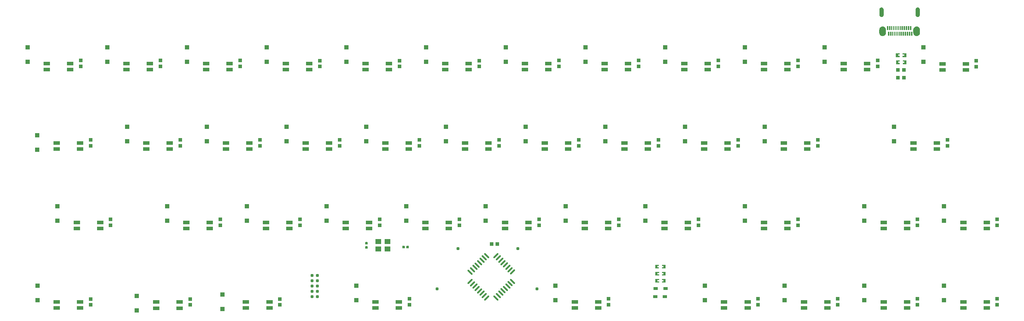
<source format=gbp>
G04 Layer: BottomPasteMaskLayer*
G04 EasyEDA v6.5.42, 2024-05-12 21:06:32*
G04 fdf4e44396eb4d6a93e1883587b5baf6,156c37ef0924441e834bf69462bb4c55,10*
G04 Gerber Generator version 0.2*
G04 Scale: 100 percent, Rotated: No, Reflected: No *
G04 Dimensions in millimeters *
G04 leading zeros omitted , absolute positions ,4 integer and 5 decimal *
%FSLAX45Y45*%
%MOMM*%

%AMMACRO1*21,1,$1,$2,0,0,$3*%
%AMMACRO2*1,1,$1,$2,$3*1,1,$1,$4,$5*20,1,$1,$2,$3,$4,$5,0*%
%ADD10C,0.7870*%
%ADD11MACRO1,1X0.7498X0.0000*%
%ADD12MACRO1,1X0.7501X0.0000*%
%ADD13MACRO1,0.7998X0.9002X0.0000*%
%ADD14MACRO1,0.8001X0.9002X0.0000*%
%ADD15MACRO1,0.7998X0.8999X0.0000*%
%ADD16MACRO1,0.8001X0.8999X0.0000*%
%ADD17MACRO1,1.4X1.2001X0.0000*%
%ADD18MACRO1,0.8001X0.9002X90.0000*%
%ADD19R,1.5000X0.8200*%
%ADD20MACRO1,1.1001X1X90.0000*%
%ADD21MACRO1,0.8001X0.8999X90.0000*%
%ADD22MACRO1,0.7998X0.9002X90.0000*%
%ADD23MACRO1,1.1001X1.0003X90.0000*%
%ADD24MACRO1,1.0998X1X90.0000*%
%ADD25MACRO1,0.7998X0.8999X90.0000*%
%ADD26MACRO2,0.45X-0.4243X-0.4243X0.4243X0.4243*%
%ADD27MACRO2,0.45X-0.4243X0.4243X0.4243X-0.4243*%
%ADD28C,0.0180*%

%LPD*%
G36*
X8492998Y4106976D02*
G01*
X8487968Y4101998D01*
X8487968Y4053992D01*
X8492998Y4046982D01*
X8537956Y4046982D01*
X8542985Y4053992D01*
X8542985Y4101998D01*
X8537956Y4106976D01*
G37*
G36*
X8492998Y4011015D02*
G01*
X8487968Y4004005D01*
X8487968Y3955999D01*
X8492998Y3950970D01*
X8537956Y3950970D01*
X8542985Y3955999D01*
X8542985Y4004005D01*
X8537956Y4011015D01*
G37*
G36*
X9379458Y4016501D02*
G01*
X9374479Y4011472D01*
X9374479Y3966514D01*
X9379458Y3961485D01*
X9427464Y3961485D01*
X9434474Y3966514D01*
X9434474Y4011472D01*
X9427464Y4016501D01*
G37*
G36*
X9477502Y4016501D02*
G01*
X9470491Y4011472D01*
X9470491Y3966514D01*
X9477502Y3961485D01*
X9525457Y3961485D01*
X9530486Y3966514D01*
X9530486Y4011472D01*
X9525457Y4016501D01*
G37*
G36*
X21284438Y9147200D02*
G01*
X21284438Y9052204D01*
X21314410Y9052204D01*
X21314410Y9147200D01*
G37*
G36*
X20984464Y9147200D02*
G01*
X20984464Y9052204D01*
X21014486Y9052204D01*
X21014486Y9147200D01*
G37*
G36*
X21334476Y9147200D02*
G01*
X21334476Y9052204D01*
X21364448Y9052204D01*
X21364448Y9147200D01*
G37*
G36*
X21234450Y9147200D02*
G01*
X21234450Y9052204D01*
X21264473Y9052204D01*
X21264473Y9147200D01*
G37*
G36*
X21534475Y9147200D02*
G01*
X21534475Y9052204D01*
X21564447Y9052204D01*
X21564447Y9147200D01*
G37*
G36*
X21184463Y9147200D02*
G01*
X21184463Y9052204D01*
X21214435Y9052204D01*
X21214435Y9147200D01*
G37*
G36*
X21484437Y9147200D02*
G01*
X21484437Y9052204D01*
X21514460Y9052204D01*
X21514460Y9147200D01*
G37*
G36*
X21134476Y9147200D02*
G01*
X21134476Y9052204D01*
X21164448Y9052204D01*
X21164448Y9147200D01*
G37*
G36*
X21434450Y9147200D02*
G01*
X21434450Y9052204D01*
X21464473Y9052204D01*
X21464473Y9147200D01*
G37*
G36*
X21034451Y9147200D02*
G01*
X21034451Y9052204D01*
X21064474Y9052204D01*
X21064474Y9147200D01*
G37*
G36*
X21384463Y9147200D02*
G01*
X21384463Y9052204D01*
X21414435Y9052204D01*
X21414435Y9147200D01*
G37*
G36*
X21084489Y9147200D02*
G01*
X21084489Y9052204D01*
X21114461Y9052204D01*
X21114461Y9147200D01*
G37*
G36*
X21509482Y9287154D02*
G01*
X21509482Y9192158D01*
X21539454Y9192158D01*
X21539454Y9287154D01*
G37*
G36*
X20959470Y9287154D02*
G01*
X20959470Y9192158D01*
X20989442Y9192158D01*
X20989442Y9287154D01*
G37*
G36*
X21009457Y9287154D02*
G01*
X21009457Y9192158D01*
X21039429Y9192158D01*
X21039429Y9287154D01*
G37*
G36*
X21459444Y9287154D02*
G01*
X21459444Y9192158D01*
X21489466Y9192158D01*
X21489466Y9287154D01*
G37*
G36*
X21059444Y9287154D02*
G01*
X21059444Y9192158D01*
X21089467Y9192158D01*
X21089467Y9287154D01*
G37*
G36*
X21109482Y9287154D02*
G01*
X21109482Y9192158D01*
X21139454Y9192158D01*
X21139454Y9287154D01*
G37*
G36*
X21159470Y9287154D02*
G01*
X21159470Y9192158D01*
X21189442Y9192158D01*
X21189442Y9287154D01*
G37*
G36*
X21409456Y9287154D02*
G01*
X21409456Y9192158D01*
X21439479Y9192158D01*
X21439479Y9287154D01*
G37*
G36*
X21209406Y9287154D02*
G01*
X21209406Y9192158D01*
X21239429Y9192158D01*
X21239429Y9287154D01*
G37*
G36*
X21259444Y9287154D02*
G01*
X21259444Y9192158D01*
X21289467Y9192158D01*
X21289467Y9287154D01*
G37*
G36*
X21309482Y9287154D02*
G01*
X21309482Y9192158D01*
X21339454Y9192158D01*
X21339454Y9287154D01*
G37*
G36*
X21359469Y9287154D02*
G01*
X21359469Y9192158D01*
X21389441Y9192158D01*
X21389441Y9287154D01*
G37*
G36*
X21692717Y9732264D02*
G01*
X21687739Y9731857D01*
X21682811Y9730994D01*
X21678036Y9729673D01*
X21673413Y9727844D01*
X21668943Y9725558D01*
X21664726Y9722866D01*
X21660866Y9719716D01*
X21657310Y9716262D01*
X21654109Y9712452D01*
X21651264Y9708337D01*
X21648877Y9703968D01*
X21646946Y9699345D01*
X21645473Y9694621D01*
X21644508Y9689744D01*
X21644000Y9684766D01*
X21643949Y9552228D01*
X21644203Y9547301D01*
X21644914Y9542373D01*
X21646184Y9537547D01*
X21647861Y9532823D01*
X21650045Y9528352D01*
X21652636Y9524085D01*
X21655633Y9520123D01*
X21659037Y9516465D01*
X21662796Y9513163D01*
X21666809Y9510268D01*
X21671127Y9507778D01*
X21675699Y9505746D01*
X21680424Y9504172D01*
X21685250Y9503054D01*
X21690228Y9502394D01*
X21695206Y9502292D01*
X21700185Y9502648D01*
X21705062Y9503511D01*
X21709837Y9504883D01*
X21714510Y9506712D01*
X21718930Y9508998D01*
X21723146Y9511639D01*
X21727007Y9514789D01*
X21730563Y9518243D01*
X21733814Y9522104D01*
X21736608Y9526168D01*
X21738996Y9530588D01*
X21740926Y9535160D01*
X21742400Y9539935D01*
X21743365Y9544812D01*
X21743873Y9549739D01*
X21743974Y9682276D01*
X21743720Y9687255D01*
X21742958Y9692182D01*
X21741739Y9697008D01*
X21740012Y9701682D01*
X21737878Y9706203D01*
X21735237Y9710420D01*
X21732240Y9714433D01*
X21728836Y9718040D01*
X21725128Y9721342D01*
X21721064Y9724288D01*
X21716746Y9726777D01*
X21712224Y9728809D01*
X21707500Y9730384D01*
X21702623Y9731502D01*
X21697696Y9732111D01*
G37*
G36*
X20828711Y9732264D02*
G01*
X20823732Y9731857D01*
X20818805Y9730994D01*
X20814030Y9729673D01*
X20809356Y9727844D01*
X20804936Y9725558D01*
X20800771Y9722866D01*
X20796859Y9719716D01*
X20793303Y9716262D01*
X20790103Y9712452D01*
X20787309Y9708337D01*
X20784921Y9703968D01*
X20782991Y9699345D01*
X20781518Y9694621D01*
X20780502Y9689744D01*
X20779994Y9684766D01*
X20779943Y9552279D01*
X20780197Y9547301D01*
X20780959Y9542373D01*
X20782178Y9537547D01*
X20783854Y9532874D01*
X20786039Y9528352D01*
X20788630Y9524085D01*
X20791627Y9520123D01*
X20795030Y9516465D01*
X20798790Y9513163D01*
X20802803Y9510268D01*
X20807172Y9507778D01*
X20811693Y9505746D01*
X20816417Y9504172D01*
X20821243Y9503054D01*
X20826222Y9502394D01*
X20831200Y9502292D01*
X20836178Y9502648D01*
X20841106Y9503511D01*
X20845881Y9504883D01*
X20850504Y9506712D01*
X20854974Y9508998D01*
X20859140Y9511639D01*
X20863052Y9514789D01*
X20866608Y9518243D01*
X20869808Y9522104D01*
X20872602Y9526168D01*
X20874990Y9530588D01*
X20876920Y9535160D01*
X20878393Y9539935D01*
X20879409Y9544812D01*
X20879866Y9549739D01*
X20879968Y9682276D01*
X20879714Y9687255D01*
X20878952Y9692182D01*
X20877733Y9697008D01*
X20876056Y9701682D01*
X20873872Y9706152D01*
X20871281Y9710420D01*
X20868233Y9714433D01*
X20864830Y9718040D01*
X20861121Y9721342D01*
X20857057Y9724288D01*
X20852790Y9726777D01*
X20848218Y9728809D01*
X20843494Y9730384D01*
X20838617Y9731502D01*
X20833689Y9732111D01*
G37*
G36*
X20853958Y9277248D02*
G01*
X20845983Y9276638D01*
X20838160Y9275216D01*
X20830489Y9273133D01*
X20823072Y9270187D01*
X20815960Y9266529D01*
X20809254Y9262211D01*
X20803006Y9257233D01*
X20797316Y9251696D01*
X20792186Y9245549D01*
X20787664Y9238996D01*
X20783854Y9231985D01*
X20780806Y9224619D01*
X20778419Y9216999D01*
X20776844Y9209176D01*
X20776031Y9201251D01*
X20775930Y9127286D01*
X20776336Y9119311D01*
X20777555Y9111437D01*
X20778419Y9107525D01*
X20780806Y9099905D01*
X20783854Y9092539D01*
X20787664Y9085529D01*
X20792186Y9078976D01*
X20797316Y9072829D01*
X20803006Y9067292D01*
X20809254Y9062313D01*
X20815960Y9057995D01*
X20823072Y9054338D01*
X20826730Y9052763D01*
X20834299Y9050274D01*
X20842071Y9048445D01*
X20849996Y9047480D01*
X20857972Y9047276D01*
X20865896Y9047886D01*
X20873770Y9049258D01*
X20881441Y9051442D01*
X20888858Y9054338D01*
X20895970Y9057995D01*
X20902676Y9062313D01*
X20908873Y9067292D01*
X20914563Y9072829D01*
X20919744Y9078976D01*
X20924215Y9085529D01*
X20928025Y9092539D01*
X20931124Y9099905D01*
X20933460Y9107525D01*
X20935086Y9115348D01*
X20935848Y9123273D01*
X20935950Y9197238D01*
X20935543Y9205214D01*
X20935086Y9209176D01*
X20933460Y9216999D01*
X20931124Y9224619D01*
X20928025Y9231985D01*
X20924215Y9238945D01*
X20919744Y9245549D01*
X20914563Y9251696D01*
X20908873Y9257233D01*
X20902676Y9262211D01*
X20895970Y9266529D01*
X20888858Y9270187D01*
X20881441Y9273082D01*
X20873770Y9275216D01*
X20865896Y9276638D01*
X20857972Y9277248D01*
G37*
G36*
X21665996Y9277248D02*
G01*
X21658021Y9276638D01*
X21650147Y9275216D01*
X21642476Y9273133D01*
X21635059Y9270187D01*
X21627998Y9266529D01*
X21621242Y9262211D01*
X21615044Y9257233D01*
X21609304Y9251645D01*
X21606662Y9248698D01*
X21601836Y9242348D01*
X21597721Y9235541D01*
X21594267Y9228328D01*
X21591524Y9220860D01*
X21590406Y9216999D01*
X21588882Y9209176D01*
X21588069Y9201251D01*
X21587968Y9127286D01*
X21588374Y9119311D01*
X21589542Y9111437D01*
X21590406Y9107525D01*
X21592794Y9099905D01*
X21595892Y9092539D01*
X21599702Y9085529D01*
X21601836Y9082176D01*
X21606662Y9075826D01*
X21612098Y9069984D01*
X21618092Y9064701D01*
X21624544Y9060078D01*
X21631452Y9056065D01*
X21638717Y9052763D01*
X21646286Y9050274D01*
X21654058Y9048496D01*
X21661983Y9047480D01*
X21669959Y9047276D01*
X21677884Y9047886D01*
X21685758Y9049258D01*
X21693428Y9051442D01*
X21697188Y9052763D01*
X21704452Y9056065D01*
X21711361Y9060078D01*
X21717863Y9064701D01*
X21723807Y9069984D01*
X21729242Y9075826D01*
X21734068Y9082176D01*
X21738234Y9088983D01*
X21741688Y9096197D01*
X21744432Y9103664D01*
X21746362Y9111437D01*
X21747581Y9119311D01*
X21747886Y9123273D01*
X21747937Y9197289D01*
X21747581Y9205214D01*
X21746362Y9213138D01*
X21744432Y9220860D01*
X21741688Y9228328D01*
X21738234Y9235541D01*
X21734068Y9242348D01*
X21729242Y9248698D01*
X21723807Y9254540D01*
X21717863Y9259824D01*
X21711361Y9264446D01*
X21704452Y9268460D01*
X21697188Y9271711D01*
X21693428Y9273133D01*
X21685758Y9275216D01*
X21677884Y9276638D01*
X21669959Y9277248D01*
G37*
G36*
X15425978Y3223514D02*
G01*
X15421000Y3218484D01*
X15421000Y3138474D01*
X15425978Y3133496D01*
X15505938Y3133496D01*
X15510967Y3138474D01*
X15510967Y3162706D01*
X15473984Y3162706D01*
X15473984Y3195675D01*
X15510967Y3195675D01*
X15510967Y3218484D01*
X15505938Y3223514D01*
G37*
G36*
X15585948Y3223514D02*
G01*
X15580969Y3218484D01*
X15580969Y3195675D01*
X15618968Y3195675D01*
X15618968Y3162706D01*
X15580969Y3162706D01*
X15580969Y3138474D01*
X15585948Y3133496D01*
X15664992Y3133496D01*
X15669971Y3138474D01*
X15669971Y3218484D01*
X15664992Y3223514D01*
G37*
G36*
X15425978Y3392982D02*
G01*
X15420949Y3388004D01*
X15420949Y3307994D01*
X15425978Y3303015D01*
X15505938Y3303015D01*
X15510967Y3307994D01*
X15510967Y3332175D01*
X15473984Y3332175D01*
X15473984Y3365195D01*
X15510967Y3365195D01*
X15510967Y3388004D01*
X15505938Y3392982D01*
G37*
G36*
X15585948Y3392982D02*
G01*
X15580969Y3388004D01*
X15580969Y3365195D01*
X15618968Y3365195D01*
X15618968Y3332175D01*
X15580969Y3332175D01*
X15580969Y3307994D01*
X15585948Y3303015D01*
X15664942Y3303015D01*
X15669971Y3307994D01*
X15669971Y3388004D01*
X15664942Y3392982D01*
G37*
G36*
X15422981Y3563975D02*
G01*
X15417952Y3558997D01*
X15417952Y3478987D01*
X15422981Y3474008D01*
X15502940Y3474008D01*
X15507969Y3478987D01*
X15507969Y3503168D01*
X15470987Y3503168D01*
X15470987Y3536187D01*
X15507969Y3536187D01*
X15507969Y3558997D01*
X15502940Y3563975D01*
G37*
G36*
X15582950Y3563975D02*
G01*
X15577972Y3558997D01*
X15577972Y3536187D01*
X15615970Y3536187D01*
X15615970Y3503168D01*
X15577972Y3503168D01*
X15577972Y3478987D01*
X15582950Y3474008D01*
X15661944Y3474008D01*
X15666974Y3478987D01*
X15666974Y3558997D01*
X15661944Y3563975D01*
G37*
G36*
X21178977Y8632494D02*
G01*
X21173948Y8627465D01*
X21173948Y8547506D01*
X21178977Y8542477D01*
X21258936Y8542477D01*
X21263965Y8547506D01*
X21263965Y8571687D01*
X21226983Y8571687D01*
X21226983Y8604707D01*
X21263965Y8604707D01*
X21263965Y8627465D01*
X21258936Y8632494D01*
G37*
G36*
X21338946Y8632494D02*
G01*
X21333968Y8627465D01*
X21333968Y8604707D01*
X21371966Y8604707D01*
X21371966Y8571687D01*
X21333968Y8571687D01*
X21333968Y8547506D01*
X21338946Y8542477D01*
X21417940Y8542477D01*
X21422969Y8547506D01*
X21422969Y8627465D01*
X21417940Y8632494D01*
G37*
G36*
X21180450Y8462975D02*
G01*
X21175472Y8457996D01*
X21175472Y8377986D01*
X21180450Y8373008D01*
X21260460Y8373008D01*
X21265438Y8377986D01*
X21265438Y8402167D01*
X21228456Y8402167D01*
X21228456Y8435187D01*
X21265438Y8435187D01*
X21265438Y8457996D01*
X21260460Y8462975D01*
G37*
G36*
X21340470Y8462975D02*
G01*
X21335441Y8457996D01*
X21335441Y8435187D01*
X21373439Y8435187D01*
X21373439Y8402167D01*
X21335441Y8402167D01*
X21335441Y8377986D01*
X21340470Y8373008D01*
X21419464Y8373008D01*
X21424442Y8377986D01*
X21424442Y8457996D01*
X21419464Y8462975D01*
G37*
D10*
G01*
X12139980Y3949496D03*
G01*
X10703991Y3947972D03*
G01*
X10209987Y2984931D03*
G01*
X12589967Y2986481D03*
D11*
G01*
X15663735Y2994990D03*
G01*
X15429217Y2994990D03*
D12*
G01*
X15419209Y2801988D03*
G01*
X15653727Y2801988D03*
D13*
G01*
X11505984Y4058996D03*
D14*
G01*
X11645976Y4058996D03*
D15*
G01*
X21362962Y8237486D03*
G01*
X21222957Y8237486D03*
D16*
G01*
X21363457Y8043481D03*
G01*
X21223452Y8043481D03*
D17*
G01*
X9020479Y3939501D03*
G01*
X8800490Y3939501D03*
G01*
X8800490Y4114507D03*
G01*
X9020479Y4114507D03*
D18*
G01*
X1685848Y8458581D03*
G01*
X1685848Y8318576D03*
D19*
G01*
X876198Y8389594D03*
G01*
X876198Y8239582D03*
G01*
X1436217Y8239582D03*
G01*
X1436217Y8389594D03*
D20*
G01*
X415201Y8775077D03*
G01*
X415201Y8428088D03*
D18*
G01*
X3591128Y8458479D03*
G01*
X3591128Y8318474D03*
D19*
G01*
X2781477Y8389493D03*
G01*
X2781477Y8239480D03*
G01*
X3341497Y8239480D03*
G01*
X3341497Y8389493D03*
D20*
G01*
X2320480Y8774976D03*
G01*
X2320480Y8427986D03*
D18*
G01*
X5496128Y8458479D03*
G01*
X5496128Y8318474D03*
D19*
G01*
X4686477Y8389493D03*
G01*
X4686477Y8239480D03*
G01*
X5246497Y8239480D03*
G01*
X5246497Y8389493D03*
D20*
G01*
X4225480Y8774976D03*
G01*
X4225480Y8427986D03*
D21*
G01*
X7400632Y8457488D03*
G01*
X7400632Y8317484D03*
D19*
G01*
X6590995Y8388502D03*
G01*
X6590995Y8238489D03*
G01*
X7150988Y8238489D03*
G01*
X7150988Y8388502D03*
D20*
G01*
X6129997Y8773985D03*
G01*
X6129997Y8426996D03*
D18*
G01*
X9306128Y8456980D03*
G01*
X9306128Y8316975D03*
D19*
G01*
X8496477Y8387994D03*
G01*
X8496477Y8237981D03*
G01*
X9056471Y8237981D03*
G01*
X9056471Y8387994D03*
D20*
G01*
X8035480Y8773477D03*
G01*
X8035480Y8426488D03*
D21*
G01*
X11211115Y8456980D03*
G01*
X11211115Y8316975D03*
D19*
G01*
X10401477Y8387994D03*
G01*
X10401477Y8237981D03*
G01*
X10961471Y8237981D03*
G01*
X10961471Y8387994D03*
D20*
G01*
X9940480Y8773477D03*
G01*
X9940480Y8426488D03*
D18*
G01*
X13115620Y8458987D03*
G01*
X13115620Y8318982D03*
D19*
G01*
X12305969Y8390001D03*
G01*
X12305969Y8239988D03*
G01*
X12865963Y8239988D03*
G01*
X12865963Y8390001D03*
D20*
G01*
X11844972Y8775484D03*
G01*
X11844972Y8428494D03*
D22*
G01*
X15020112Y8457958D03*
D18*
G01*
X15020112Y8317966D03*
D19*
G01*
X14210461Y8388959D03*
G01*
X14210461Y8238972D03*
G01*
X14770481Y8238972D03*
G01*
X14770481Y8388959D03*
D23*
G01*
X13749477Y8774468D03*
G01*
X13749477Y8427478D03*
D21*
G01*
X16925607Y8458987D03*
G01*
X16925607Y8318982D03*
D19*
G01*
X16115969Y8390001D03*
G01*
X16115969Y8239988D03*
G01*
X16675963Y8239988D03*
G01*
X16675963Y8390001D03*
D20*
G01*
X15654972Y8775484D03*
G01*
X15654972Y8428494D03*
D21*
G01*
X18830607Y8458987D03*
G01*
X18830607Y8318982D03*
D19*
G01*
X18020969Y8390001D03*
G01*
X18020969Y8239988D03*
G01*
X18580963Y8239988D03*
G01*
X18580963Y8390001D03*
D20*
G01*
X17559972Y8775484D03*
G01*
X17559972Y8428494D03*
D22*
G01*
X20735112Y8457958D03*
G01*
X20735112Y8317953D03*
D19*
G01*
X19925461Y8388959D03*
G01*
X19925461Y8238947D03*
G01*
X20485455Y8238947D03*
G01*
X20485455Y8388959D03*
D20*
G01*
X19464464Y8774468D03*
D24*
G01*
X19464464Y8427465D03*
D18*
G01*
X23096093Y8449970D03*
D22*
G01*
X23096093Y8309978D03*
D19*
G01*
X22286442Y8380984D03*
G01*
X22286442Y8230971D03*
G01*
X22846461Y8230971D03*
G01*
X22846461Y8380984D03*
D20*
G01*
X21832760Y8775560D03*
G01*
X21832760Y8428570D03*
D18*
G01*
X1923135Y6553479D03*
D22*
G01*
X1923135Y6413487D03*
D19*
G01*
X1113485Y6484493D03*
G01*
X1113485Y6334480D03*
G01*
X1673479Y6334480D03*
G01*
X1673479Y6484493D03*
D20*
G01*
X646493Y6663982D03*
G01*
X646493Y6316992D03*
D22*
G01*
X4066667Y6553466D03*
D18*
G01*
X4066667Y6413474D03*
D19*
G01*
X3257016Y6484467D03*
G01*
X3257016Y6334480D03*
G01*
X3817010Y6334480D03*
G01*
X3817010Y6484467D03*
D20*
G01*
X2796019Y6869976D03*
G01*
X2796019Y6522986D03*
D22*
G01*
X5971667Y6553466D03*
G01*
X5971667Y6413461D03*
D19*
G01*
X5162016Y6484493D03*
G01*
X5162016Y6334480D03*
G01*
X5722010Y6334480D03*
G01*
X5722010Y6484493D03*
D20*
G01*
X4701019Y6869976D03*
G01*
X4701019Y6522986D03*
D25*
G01*
X7876654Y6553466D03*
G01*
X7876654Y6413461D03*
D19*
G01*
X7067016Y6484467D03*
G01*
X7067016Y6334455D03*
G01*
X7627010Y6334455D03*
G01*
X7627010Y6484467D03*
D20*
G01*
X6606019Y6869976D03*
D24*
G01*
X6606019Y6522973D03*
D25*
G01*
X9781654Y6553466D03*
D21*
G01*
X9781654Y6413474D03*
D19*
G01*
X8972016Y6484493D03*
G01*
X8972016Y6334480D03*
G01*
X9532010Y6334480D03*
G01*
X9532010Y6484493D03*
D20*
G01*
X8511019Y6869976D03*
G01*
X8511019Y6522986D03*
D22*
G01*
X11686641Y6553466D03*
D18*
G01*
X11686641Y6413474D03*
D19*
G01*
X10876991Y6484467D03*
G01*
X10876991Y6334480D03*
G01*
X11437010Y6334480D03*
G01*
X11437010Y6484467D03*
D23*
G01*
X10416006Y6869976D03*
G01*
X10416006Y6522986D03*
D22*
G01*
X13591641Y6553466D03*
D18*
G01*
X13591641Y6413474D03*
D19*
G01*
X12781991Y6484467D03*
G01*
X12781991Y6334480D03*
G01*
X13342010Y6334480D03*
G01*
X13342010Y6484467D03*
D20*
G01*
X12320993Y6869976D03*
G01*
X12320993Y6522986D03*
D25*
G01*
X15497136Y6552958D03*
D21*
G01*
X15497136Y6412966D03*
D19*
G01*
X14687473Y6483985D03*
G01*
X14687473Y6333972D03*
G01*
X15247493Y6333972D03*
G01*
X15247493Y6483985D03*
D20*
G01*
X14226476Y6869468D03*
G01*
X14226476Y6522478D03*
D22*
G01*
X17401641Y6553466D03*
D18*
G01*
X17401641Y6413474D03*
D19*
G01*
X16591991Y6484493D03*
G01*
X16591991Y6334480D03*
G01*
X17151984Y6334480D03*
G01*
X17151984Y6484493D03*
D20*
G01*
X16130993Y6869976D03*
G01*
X16130993Y6522986D03*
D22*
G01*
X19306641Y6553466D03*
D18*
G01*
X19306641Y6413474D03*
D19*
G01*
X18496991Y6484493D03*
G01*
X18496991Y6334480D03*
G01*
X19056984Y6334480D03*
G01*
X19056984Y6484493D03*
D20*
G01*
X18035993Y6869976D03*
G01*
X18035993Y6522986D03*
D21*
G01*
X22402101Y6553962D03*
G01*
X22402101Y6413957D03*
D19*
G01*
X21592463Y6484975D03*
G01*
X21592463Y6334963D03*
G01*
X22152457Y6334963D03*
G01*
X22152457Y6484975D03*
D20*
G01*
X21131466Y6870458D03*
G01*
X21131466Y6523469D03*
D21*
G01*
X2401633Y4648479D03*
G01*
X2401633Y4508474D03*
D19*
G01*
X1592021Y4579493D03*
G01*
X1592021Y4429480D03*
G01*
X2151989Y4429480D03*
G01*
X2151989Y4579493D03*
D20*
G01*
X1131023Y4964976D03*
G01*
X1131023Y4617986D03*
D18*
G01*
X5020665Y4648479D03*
G01*
X5020665Y4508474D03*
D19*
G01*
X4211015Y4579493D03*
G01*
X4211015Y4429480D03*
G01*
X4771009Y4429480D03*
G01*
X4771009Y4579493D03*
D20*
G01*
X3750017Y4964976D03*
G01*
X3750017Y4617986D03*
D22*
G01*
X6925665Y4648466D03*
D18*
G01*
X6925665Y4508474D03*
D19*
G01*
X6116015Y4579493D03*
G01*
X6116015Y4429480D03*
G01*
X6676009Y4429480D03*
G01*
X6676009Y4579493D03*
D20*
G01*
X5655017Y4964976D03*
G01*
X5655017Y4617986D03*
D25*
G01*
X8830652Y4648466D03*
D21*
G01*
X8830652Y4508474D03*
D19*
G01*
X8021015Y4579493D03*
G01*
X8021015Y4429480D03*
G01*
X8581009Y4429480D03*
G01*
X8581009Y4579493D03*
D20*
G01*
X7560017Y4964976D03*
G01*
X7560017Y4617986D03*
D25*
G01*
X10735652Y4648466D03*
D21*
G01*
X10735652Y4508474D03*
D19*
G01*
X9926015Y4579493D03*
G01*
X9926015Y4429480D03*
G01*
X10486009Y4429480D03*
G01*
X10486009Y4579493D03*
D20*
G01*
X9465017Y4964976D03*
G01*
X9465017Y4617986D03*
D22*
G01*
X12640640Y4648466D03*
D18*
G01*
X12640640Y4508474D03*
D19*
G01*
X11830989Y4579493D03*
G01*
X11830989Y4429480D03*
G01*
X12391009Y4429480D03*
G01*
X12391009Y4579493D03*
D20*
G01*
X11369992Y4964976D03*
G01*
X11369992Y4617986D03*
D18*
G01*
X14546122Y4647971D03*
G01*
X14546122Y4507966D03*
D19*
G01*
X13736472Y4578985D03*
G01*
X13736472Y4428972D03*
G01*
X14296466Y4428972D03*
G01*
X14296466Y4578985D03*
D20*
G01*
X13275475Y4964468D03*
G01*
X13275475Y4617478D03*
D18*
G01*
X16451122Y4647971D03*
G01*
X16451122Y4507966D03*
D19*
G01*
X15641472Y4578985D03*
G01*
X15641472Y4428972D03*
G01*
X16201466Y4428972D03*
G01*
X16201466Y4578985D03*
D20*
G01*
X15180475Y4964468D03*
G01*
X15180475Y4617478D03*
D22*
G01*
X18832118Y4648466D03*
G01*
X18832118Y4508461D03*
D19*
G01*
X18022468Y4579467D03*
G01*
X18022468Y4429455D03*
G01*
X18582487Y4429455D03*
G01*
X18582487Y4579467D03*
D20*
G01*
X17561471Y4964950D03*
G01*
X17561471Y4617961D03*
D18*
G01*
X21688602Y4648987D03*
G01*
X21688602Y4508982D03*
D19*
G01*
X20878952Y4580001D03*
G01*
X20878952Y4429988D03*
G01*
X21438971Y4429988D03*
G01*
X21438971Y4580001D03*
D20*
G01*
X20417955Y4965484D03*
G01*
X20417955Y4618494D03*
D22*
G01*
X23593628Y4648466D03*
G01*
X23593628Y4508461D03*
D19*
G01*
X22783977Y4579467D03*
G01*
X22783977Y4429455D03*
G01*
X23343971Y4429455D03*
G01*
X23343971Y4579467D03*
D20*
G01*
X22322980Y4964950D03*
G01*
X22322980Y4617961D03*
D25*
G01*
X1923173Y2741917D03*
G01*
X1923173Y2601912D03*
D19*
G01*
X1113536Y2672918D03*
G01*
X1113536Y2522905D03*
G01*
X1673529Y2522905D03*
G01*
X1673529Y2672918D03*
D20*
G01*
X652538Y3058401D03*
D24*
G01*
X652538Y2711424D03*
D21*
G01*
X4304169Y2740964D03*
G01*
X4304169Y2600959D03*
D19*
G01*
X3494531Y2671978D03*
G01*
X3494531Y2521965D03*
G01*
X4054525Y2521965D03*
G01*
X4054525Y2671978D03*
D20*
G01*
X3030004Y2818498D03*
G01*
X3030004Y2471508D03*
D18*
G01*
X6447637Y2742869D03*
G01*
X6447637Y2602865D03*
D19*
G01*
X5637987Y2673883D03*
G01*
X5637987Y2523870D03*
G01*
X6198006Y2523870D03*
G01*
X6198006Y2673883D03*
D20*
G01*
X5077498Y2849994D03*
G01*
X5077498Y2503004D03*
D22*
G01*
X9543135Y2743466D03*
D18*
G01*
X9543135Y2603474D03*
D19*
G01*
X8733510Y2674493D03*
G01*
X8733510Y2524480D03*
G01*
X9293504Y2524480D03*
G01*
X9293504Y2674493D03*
D23*
G01*
X8272500Y3059976D03*
G01*
X8272500Y2712986D03*
D18*
G01*
X14305635Y2743479D03*
G01*
X14305635Y2603474D03*
D19*
G01*
X13495985Y2674493D03*
G01*
X13495985Y2524480D03*
G01*
X14055979Y2524480D03*
G01*
X14055979Y2674493D03*
D20*
G01*
X13034987Y3059976D03*
G01*
X13034987Y2712986D03*
D22*
G01*
X17877637Y2743466D03*
D18*
G01*
X17877637Y2603474D03*
D19*
G01*
X17067987Y2674493D03*
G01*
X17067987Y2524480D03*
G01*
X17627981Y2524480D03*
G01*
X17627981Y2674493D03*
D20*
G01*
X16606989Y3059976D03*
G01*
X16606989Y2712986D03*
D22*
G01*
X19783120Y2743466D03*
D18*
G01*
X19783120Y2603474D03*
D19*
G01*
X18973469Y2674493D03*
G01*
X18973469Y2524480D03*
G01*
X19533463Y2524480D03*
G01*
X19533463Y2674493D03*
D20*
G01*
X18512472Y3059976D03*
G01*
X18512472Y2712986D03*
D21*
G01*
X21688132Y2743479D03*
G01*
X21688132Y2603474D03*
D19*
G01*
X20878495Y2674493D03*
G01*
X20878495Y2524480D03*
G01*
X21438488Y2524480D03*
G01*
X21438488Y2674493D03*
D20*
G01*
X20417497Y3059976D03*
G01*
X20417497Y2712986D03*
D22*
G01*
X23593094Y2743492D03*
G01*
X23593094Y2603487D03*
D19*
G01*
X22783444Y2674493D03*
G01*
X22783444Y2524480D03*
G01*
X23343463Y2524480D03*
G01*
X23343463Y2674493D03*
D20*
G01*
X22322447Y3060001D03*
G01*
X22322447Y2713012D03*
D10*
G01*
X7343978Y3305505D03*
G01*
X7216978Y3305505D03*
G01*
X7343978Y3178505D03*
G01*
X7216978Y3178505D03*
G01*
X7343978Y3051505D03*
G01*
X7216978Y3051505D03*
G01*
X7343978Y2924505D03*
G01*
X7216978Y2924505D03*
G01*
X7343978Y2797505D03*
G01*
X7216978Y2797505D03*
D26*
G01*
X10995152Y3163163D03*
G01*
X11051743Y3106572D03*
G01*
X11108309Y3050006D03*
G01*
X11164874Y2993440D03*
G01*
X11221440Y2936875D03*
G01*
X11278006Y2880309D03*
G01*
X11334572Y2823743D03*
G01*
X11391163Y2767152D03*
D27*
G01*
X11613895Y2768066D03*
G01*
X11670461Y2824632D03*
G01*
X11727053Y2881223D03*
G01*
X11783618Y2937764D03*
G01*
X11840184Y2994355D03*
G01*
X11896750Y3050895D03*
G01*
X11953316Y3107486D03*
G01*
X12009881Y3164052D03*
D26*
G01*
X12010796Y3386810D03*
G01*
X11954205Y3443376D03*
G01*
X11897639Y3499942D03*
G01*
X11841073Y3556508D03*
G01*
X11784507Y3613073D03*
G01*
X11727942Y3669639D03*
G01*
X11671376Y3726230D03*
G01*
X11614810Y3782796D03*
D27*
G01*
X11392052Y3781882D03*
G01*
X11335486Y3725316D03*
G01*
X11278895Y3668750D03*
G01*
X11222354Y3612184D03*
G01*
X11165763Y3555618D03*
G01*
X11109223Y3499053D03*
G01*
X11052632Y3442487D03*
G01*
X10996066Y3385896D03*
M02*

</source>
